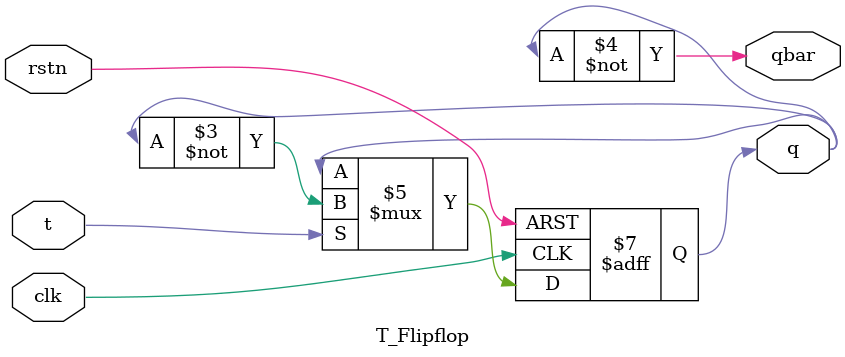
<source format=v>
module T_Flipflop(
input t, rstn, clk,
output reg q,
output  qbar);
always @(posedge clk or negedge rstn) begin 
if (~rstn)
q<=1'b0;
else if(t)
q<=~q;
end
assign qbar=~q;
endmodule



</source>
